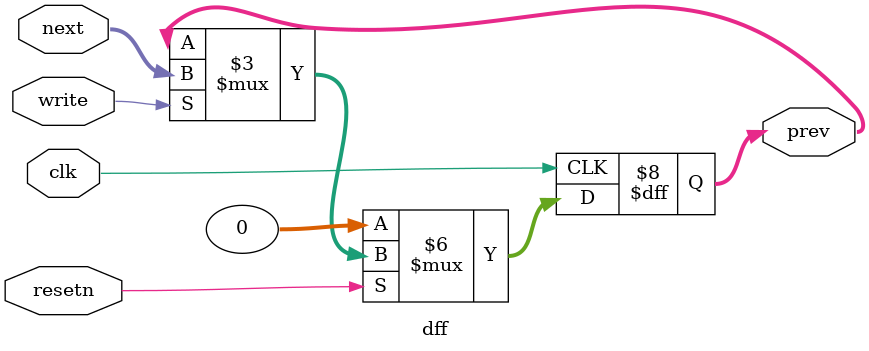
<source format=sv>
module dff (
    input clk,
    input resetn,
    input write,
    input [31:0] next,
    output logic [31:0] prev
);

    always @(posedge clk) begin
        if (!resetn) begin
            prev <= 32'h0;
        end else begin
            if (write)
                prev <= next;
        end
    end
    
endmodule
</source>
